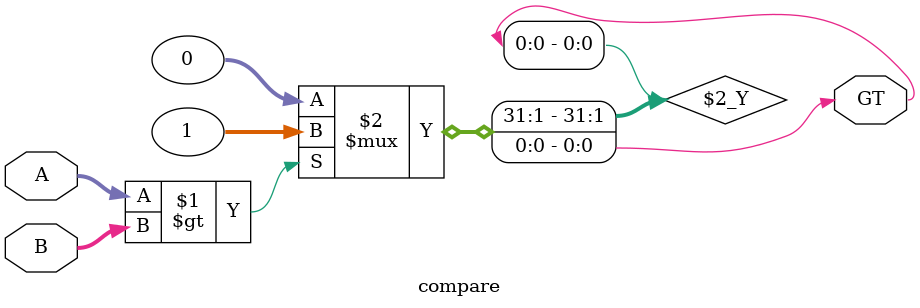
<source format=v>
`timescale 1ns / 1ps


module compare(
    input wire [3:0] A,
    input wire [3:0] B,
    output wire GT
    );
assign GT = (A>B) ? 1 : 0;
endmodule

</source>
